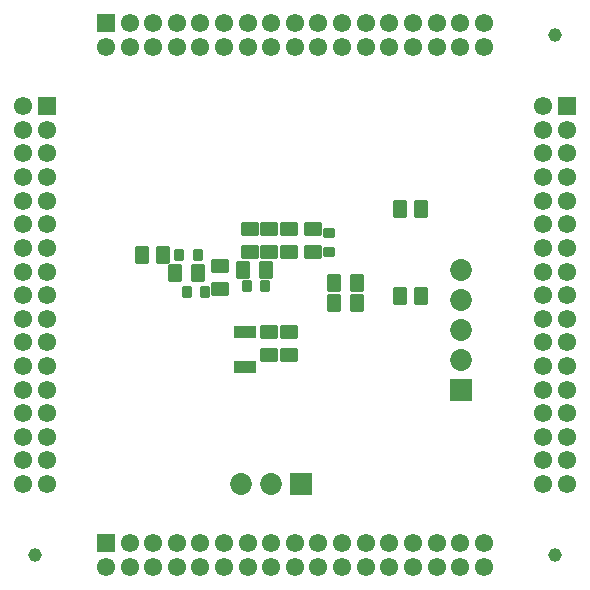
<source format=gbs>
G04*
G04 #@! TF.GenerationSoftware,Altium Limited,Altium Designer,21.4.1 (30)*
G04*
G04 Layer_Color=16711935*
%FSLAX44Y44*%
%MOMM*%
G71*
G04*
G04 #@! TF.SameCoordinates,32E730F9-F919-4429-9A71-2B0F18EA1AEE*
G04*
G04*
G04 #@! TF.FilePolarity,Negative*
G04*
G01*
G75*
G04:AMPARAMS|DCode=34|XSize=1.1774mm|YSize=1.5524mm|CornerRadius=0.1992mm|HoleSize=0mm|Usage=FLASHONLY|Rotation=0.000|XOffset=0mm|YOffset=0mm|HoleType=Round|Shape=RoundedRectangle|*
%AMROUNDEDRECTD34*
21,1,1.1774,1.1540,0,0,0.0*
21,1,0.7790,1.5524,0,0,0.0*
1,1,0.3984,0.3895,-0.5770*
1,1,0.3984,-0.3895,-0.5770*
1,1,0.3984,-0.3895,0.5770*
1,1,0.3984,0.3895,0.5770*
%
%ADD34ROUNDEDRECTD34*%
G04:AMPARAMS|DCode=35|XSize=1.1524mm|YSize=1.6024mm|CornerRadius=0.2012mm|HoleSize=0mm|Usage=FLASHONLY|Rotation=270.000|XOffset=0mm|YOffset=0mm|HoleType=Round|Shape=RoundedRectangle|*
%AMROUNDEDRECTD35*
21,1,1.1524,1.2000,0,0,270.0*
21,1,0.7500,1.6024,0,0,270.0*
1,1,0.4024,-0.6000,-0.3750*
1,1,0.4024,-0.6000,0.3750*
1,1,0.4024,0.6000,0.3750*
1,1,0.4024,0.6000,-0.3750*
%
%ADD35ROUNDEDRECTD35*%
G04:AMPARAMS|DCode=36|XSize=1.1524mm|YSize=1.6024mm|CornerRadius=0.2012mm|HoleSize=0mm|Usage=FLASHONLY|Rotation=0.000|XOffset=0mm|YOffset=0mm|HoleType=Round|Shape=RoundedRectangle|*
%AMROUNDEDRECTD36*
21,1,1.1524,1.2000,0,0,0.0*
21,1,0.7500,1.6024,0,0,0.0*
1,1,0.4024,0.3750,-0.6000*
1,1,0.4024,-0.3750,-0.6000*
1,1,0.4024,-0.3750,0.6000*
1,1,0.4024,0.3750,0.6000*
%
%ADD36ROUNDEDRECTD36*%
%ADD39R,1.5524X1.5524*%
%ADD40C,1.5524*%
%ADD41R,1.5524X1.5524*%
G04:AMPARAMS|DCode=42|XSize=1.8524mm|YSize=1.8524mm|CornerRadius=0.9262mm|HoleSize=0mm|Usage=FLASHONLY|Rotation=270.000|XOffset=0mm|YOffset=0mm|HoleType=Round|Shape=RoundedRectangle|*
%AMROUNDEDRECTD42*
21,1,1.8524,0.0000,0,0,270.0*
21,1,0.0000,1.8524,0,0,270.0*
1,1,1.8524,0.0000,0.0000*
1,1,1.8524,0.0000,0.0000*
1,1,1.8524,0.0000,0.0000*
1,1,1.8524,0.0000,0.0000*
%
%ADD42ROUNDEDRECTD42*%
%ADD43R,1.8524X1.8524*%
G04:AMPARAMS|DCode=44|XSize=1.8524mm|YSize=1.8524mm|CornerRadius=0.9262mm|HoleSize=0mm|Usage=FLASHONLY|Rotation=180.000|XOffset=0mm|YOffset=0mm|HoleType=Round|Shape=RoundedRectangle|*
%AMROUNDEDRECTD44*
21,1,1.8524,0.0000,0,0,180.0*
21,1,0.0000,1.8524,0,0,180.0*
1,1,1.8524,0.0000,0.0000*
1,1,1.8524,0.0000,0.0000*
1,1,1.8524,0.0000,0.0000*
1,1,1.8524,0.0000,0.0000*
%
%ADD44ROUNDEDRECTD44*%
%ADD45R,1.8524X1.8524*%
G04:AMPARAMS|DCode=63|XSize=0.875mm|YSize=0.95mm|CornerRadius=0.1094mm|HoleSize=0mm|Usage=FLASHONLY|Rotation=180.000|XOffset=0mm|YOffset=0mm|HoleType=Round|Shape=RoundedRectangle|*
%AMROUNDEDRECTD63*
21,1,0.8750,0.7313,0,0,180.0*
21,1,0.6563,0.9500,0,0,180.0*
1,1,0.2188,-0.3281,0.3656*
1,1,0.2188,0.3281,0.3656*
1,1,0.2188,0.3281,-0.3656*
1,1,0.2188,-0.3281,-0.3656*
%
%ADD63ROUNDEDRECTD63*%
G04:AMPARAMS|DCode=64|XSize=0.875mm|YSize=0.95mm|CornerRadius=0.1094mm|HoleSize=0mm|Usage=FLASHONLY|Rotation=90.000|XOffset=0mm|YOffset=0mm|HoleType=Round|Shape=RoundedRectangle|*
%AMROUNDEDRECTD64*
21,1,0.8750,0.7313,0,0,90.0*
21,1,0.6563,0.9500,0,0,90.0*
1,1,0.2188,0.3656,0.3281*
1,1,0.2188,0.3656,-0.3281*
1,1,0.2188,-0.3656,-0.3281*
1,1,0.2188,-0.3656,0.3281*
%
%ADD64ROUNDEDRECTD64*%
%ADD69R,1.9024X1.1024*%
%ADD70C,1.1524*%
D34*
X138475Y284290D02*
D03*
X120225D02*
D03*
X357150Y249143D02*
D03*
X338900D02*
D03*
Y322636D02*
D03*
X357150D02*
D03*
D35*
X211900Y305700D02*
D03*
Y286700D02*
D03*
X227840D02*
D03*
Y305700D02*
D03*
X244920D02*
D03*
Y286700D02*
D03*
X244926Y218401D02*
D03*
Y199401D02*
D03*
X265240Y286700D02*
D03*
Y305700D02*
D03*
X228133Y199401D02*
D03*
Y218401D02*
D03*
X186500Y274460D02*
D03*
Y255460D02*
D03*
D36*
X167705Y269050D02*
D03*
X148705D02*
D03*
X302400Y260160D02*
D03*
X283400D02*
D03*
X225210Y271590D02*
D03*
X206210D02*
D03*
X283400Y243650D02*
D03*
X302400D02*
D03*
D39*
X40000Y410000D02*
D03*
X480000D02*
D03*
D40*
X20000D02*
D03*
X40000Y390000D02*
D03*
X20000D02*
D03*
X40000Y370000D02*
D03*
X20000D02*
D03*
X40000Y350000D02*
D03*
X20000D02*
D03*
X40000Y330000D02*
D03*
X20000D02*
D03*
X40000Y310000D02*
D03*
X20000D02*
D03*
X40000Y290000D02*
D03*
X20000D02*
D03*
X40000Y270000D02*
D03*
X20000D02*
D03*
X40000Y250000D02*
D03*
X20000D02*
D03*
X40000Y230000D02*
D03*
X20000D02*
D03*
X40000Y210000D02*
D03*
X20000D02*
D03*
X40000Y190000D02*
D03*
X20000D02*
D03*
X40000Y170000D02*
D03*
X20000D02*
D03*
X40000Y150000D02*
D03*
X20000D02*
D03*
X40000Y130000D02*
D03*
X20000D02*
D03*
X40000Y110000D02*
D03*
X20000D02*
D03*
X40000Y90000D02*
D03*
X20000D02*
D03*
X410000Y460000D02*
D03*
Y480000D02*
D03*
X390000Y460000D02*
D03*
Y480000D02*
D03*
X370000Y460000D02*
D03*
Y480000D02*
D03*
X350000Y460000D02*
D03*
Y480000D02*
D03*
X330000Y460000D02*
D03*
Y480000D02*
D03*
X310000Y460000D02*
D03*
Y480000D02*
D03*
X290000Y460000D02*
D03*
Y480000D02*
D03*
X270000Y460000D02*
D03*
Y480000D02*
D03*
X250000Y460000D02*
D03*
Y480000D02*
D03*
X230000Y460000D02*
D03*
Y480000D02*
D03*
X210000Y460000D02*
D03*
Y480000D02*
D03*
X190000Y460000D02*
D03*
Y480000D02*
D03*
X170000Y460000D02*
D03*
Y480000D02*
D03*
X150000Y460000D02*
D03*
Y480000D02*
D03*
X130000Y460000D02*
D03*
Y480000D02*
D03*
X110000Y460000D02*
D03*
Y480000D02*
D03*
X90000Y460000D02*
D03*
X460000Y410000D02*
D03*
X480000Y390000D02*
D03*
X460000D02*
D03*
X480000Y370000D02*
D03*
X460000D02*
D03*
X480000Y350000D02*
D03*
X460000D02*
D03*
X480000Y330000D02*
D03*
X460000D02*
D03*
X480000Y310000D02*
D03*
X460000D02*
D03*
X480000Y290000D02*
D03*
X460000D02*
D03*
X480000Y270000D02*
D03*
X460000D02*
D03*
X480000Y250000D02*
D03*
X460000D02*
D03*
X480000Y230000D02*
D03*
X460000D02*
D03*
X480000Y210000D02*
D03*
X460000D02*
D03*
X480000Y190000D02*
D03*
X460000D02*
D03*
X480000Y170000D02*
D03*
X460000D02*
D03*
X480000Y150000D02*
D03*
X460000D02*
D03*
X480000Y130000D02*
D03*
X460000D02*
D03*
X480000Y110000D02*
D03*
X460000D02*
D03*
X480000Y90000D02*
D03*
X460000D02*
D03*
X410000Y20000D02*
D03*
Y40000D02*
D03*
X390000Y20000D02*
D03*
Y40000D02*
D03*
X370000Y20000D02*
D03*
Y40000D02*
D03*
X350000Y20000D02*
D03*
Y40000D02*
D03*
X330000Y20000D02*
D03*
Y40000D02*
D03*
X310000Y20000D02*
D03*
Y40000D02*
D03*
X290000Y20000D02*
D03*
Y40000D02*
D03*
X270000Y20000D02*
D03*
Y40000D02*
D03*
X250000Y20000D02*
D03*
Y40000D02*
D03*
X230000Y20000D02*
D03*
Y40000D02*
D03*
X210000Y20000D02*
D03*
Y40000D02*
D03*
X190000Y20000D02*
D03*
Y40000D02*
D03*
X170000Y20000D02*
D03*
Y40000D02*
D03*
X150000Y20000D02*
D03*
Y40000D02*
D03*
X130000Y20000D02*
D03*
Y40000D02*
D03*
X110000Y20000D02*
D03*
Y40000D02*
D03*
X90000Y20000D02*
D03*
D41*
Y480000D02*
D03*
Y40000D02*
D03*
D42*
X204280Y89980D02*
D03*
X229680D02*
D03*
D43*
X255080D02*
D03*
D44*
X390970Y271590D02*
D03*
Y246190D02*
D03*
Y220790D02*
D03*
Y195390D02*
D03*
D45*
Y169990D02*
D03*
D63*
X167705Y284290D02*
D03*
X151955D02*
D03*
X224855Y257620D02*
D03*
X209105D02*
D03*
X158305Y252540D02*
D03*
X174055D02*
D03*
D64*
X279210Y286700D02*
D03*
Y302450D02*
D03*
D69*
X208090Y188901D02*
D03*
Y218401D02*
D03*
D70*
X470000Y30000D02*
D03*
X30000D02*
D03*
X470000Y470000D02*
D03*
M02*

</source>
